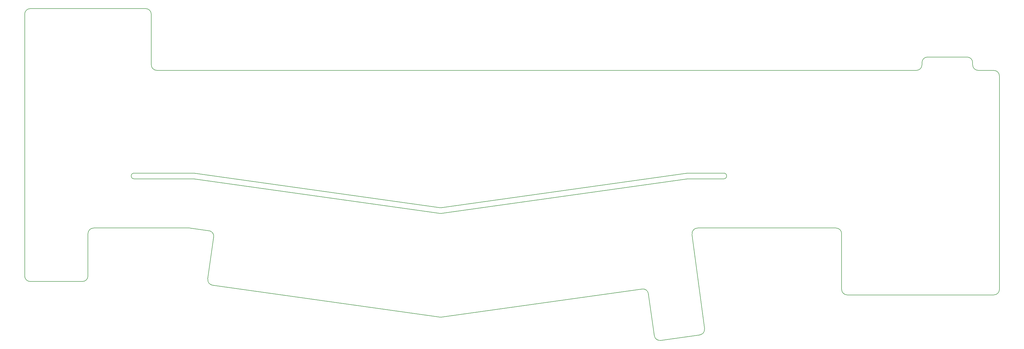
<source format=gm1>
G04 #@! TF.GenerationSoftware,KiCad,Pcbnew,(5.1.4)-1*
G04 #@! TF.CreationDate,2020-10-14T03:50:37-04:00*
G04 #@! TF.ProjectId,kurage,6b757261-6765-42e6-9b69-6361645f7063,rev?*
G04 #@! TF.SameCoordinates,Original*
G04 #@! TF.FileFunction,Profile,NP*
%FSLAX46Y46*%
G04 Gerber Fmt 4.6, Leading zero omitted, Abs format (unit mm)*
G04 Created by KiCad (PCBNEW (5.1.4)-1) date 2020-10-14 03:50:37*
%MOMM*%
%LPD*%
G04 APERTURE LIST*
%ADD10C,0.200000*%
G04 APERTURE END LIST*
D10*
X321926512Y-53124393D02*
G75*
G02X323926518Y-55124381I9J-1999997D01*
G01*
X135099518Y-145703693D02*
G75*
G02X134542822Y-145703685I-278322J1980553D01*
G01*
X331451521Y-57888282D02*
G75*
G02X333451521Y-59888284I-1J-2000001D01*
G01*
X333451518Y-135799281D02*
G75*
G02X331451519Y-137799290I-2000004J-5D01*
G01*
X305926515Y-55888287D02*
X305926522Y-55124389D01*
X224198925Y-116247942D02*
G75*
G02X226181814Y-113986889I1982890J261053D01*
G01*
X277351520Y-135799288D02*
X277351520Y-115986888D01*
X275351518Y-113986889D02*
X226181814Y-113986889D01*
X325926520Y-57888289D02*
X331451517Y-57888283D01*
X323926518Y-55124381D02*
X323926519Y-55888288D01*
X307926518Y-53124387D02*
X321926517Y-53124386D01*
X325926518Y-57888287D02*
G75*
G02X323926519Y-55888288I0J1999999D01*
G01*
X275351516Y-113986886D02*
G75*
G02X277351520Y-115986888I1J-2000003D01*
G01*
X224199002Y-116248514D02*
X228623165Y-149777725D01*
X331451519Y-137799290D02*
X279351521Y-137799283D01*
X134542822Y-145703685D02*
X53768162Y-134350476D01*
X333451519Y-59888282D02*
X333451515Y-135799285D01*
X134555672Y-108794725D02*
X47099333Y-96506691D01*
X235489123Y-96487235D02*
X222794406Y-96487234D01*
X222515961Y-96506714D02*
X135112387Y-108794701D01*
X279351524Y-137799282D02*
G75*
G02X277351520Y-135799288I-5J1999999D01*
G01*
X305926519Y-55888289D02*
G75*
G02X303926518Y-57888284I-1999998J3D01*
G01*
X305926520Y-55124391D02*
G75*
G02X307926518Y-53124387I2000001J3D01*
G01*
X53768007Y-134350456D02*
G75*
G02X52066020Y-132091419I278525J1980512D01*
G01*
X135102608Y-106721983D02*
X222438378Y-94457367D01*
X52459807Y-114930186D02*
X45891716Y-114006377D01*
X46821053Y-96487238D02*
X25842622Y-96487237D01*
X206427629Y-135679685D02*
G75*
G02X208686501Y-137381883I278337J-1980535D01*
G01*
X45613371Y-113986883D02*
G75*
G02X45891716Y-114006377I-217J-2000003D01*
G01*
X213040000Y-153988573D02*
X226921057Y-152037485D01*
X236489116Y-95487234D02*
G75*
G02X235489123Y-96487235I-999997J-4D01*
G01*
X-13029566Y-37888281D02*
G75*
G02X-11029569Y-35888288I1999995J-2D01*
G01*
X52066020Y-132091419D02*
X54161755Y-117189217D01*
X228625556Y-149795861D02*
G75*
G02X226921057Y-152037485I-1982885J-261092D01*
G01*
X135112365Y-108794705D02*
G75*
G02X134555672Y-108794725I-278419J1980529D01*
G01*
X45613156Y-113986888D02*
X11470427Y-113986888D01*
X9470435Y-115986886D02*
G75*
G02X11470427Y-113986888I1999995J3D01*
G01*
X135099529Y-145703679D02*
X206427631Y-135679683D01*
X24842617Y-95437940D02*
G75*
G02X25842618Y-94437935I1000003J2D01*
G01*
X29970428Y-35888292D02*
G75*
G02X31970427Y-37888285I3J-1999996D01*
G01*
X31970427Y-37888285D02*
X31970430Y-55888282D01*
X213039960Y-153988577D02*
G75*
G02X210781087Y-152286376I-278336J1980537D01*
G01*
X47221312Y-94457377D02*
X134546307Y-106721978D01*
X9470427Y-131036885D02*
G75*
G02X7470429Y-133036881I-1999997J1D01*
G01*
X46942964Y-94437939D02*
G75*
G02X47221312Y-94457377I186J-1999998D01*
G01*
X33970427Y-57888289D02*
G75*
G02X31970430Y-55888282I5J2000002D01*
G01*
X-11029569Y-35888288D02*
X29970430Y-35888288D01*
X7470429Y-133036881D02*
X-11029569Y-133036886D01*
X25842616Y-96487232D02*
G75*
G02X24842619Y-95487231I2J999999D01*
G01*
X235489120Y-94437941D02*
G75*
G02X236489116Y-95437937I0J-999996D01*
G01*
X222716503Y-94437936D02*
X235489113Y-94437935D01*
X222438157Y-94457400D02*
G75*
G02X222716503Y-94437936I278350J-1980535D01*
G01*
X25842618Y-94437935D02*
X46943147Y-94437936D01*
X9470425Y-115986889D02*
X9470428Y-131036886D01*
X222516058Y-96506697D02*
G75*
G02X222794405Y-96487233I278345J-1980543D01*
G01*
X-13029570Y-37888287D02*
X-13029574Y-131036886D01*
X208686501Y-137381883D02*
X210781087Y-152286376D01*
X33970428Y-57888280D02*
X303926518Y-57888284D01*
X52459774Y-114930182D02*
G75*
G02X54161755Y-117189217I-278527J-1980508D01*
G01*
X228623165Y-149777725D02*
X228625491Y-149795324D01*
X236489116Y-95437937D02*
X236489120Y-95487238D01*
X24842619Y-95487231D02*
X24842617Y-95437936D01*
X-11029571Y-133036889D02*
G75*
G02X-13029574Y-131036886I0J2000003D01*
G01*
X135102998Y-106721928D02*
G75*
G02X134546307Y-106721978I-278525J1980507D01*
G01*
X46820987Y-96487237D02*
G75*
G02X47099333Y-96506691I67J-1999996D01*
G01*
M02*

</source>
